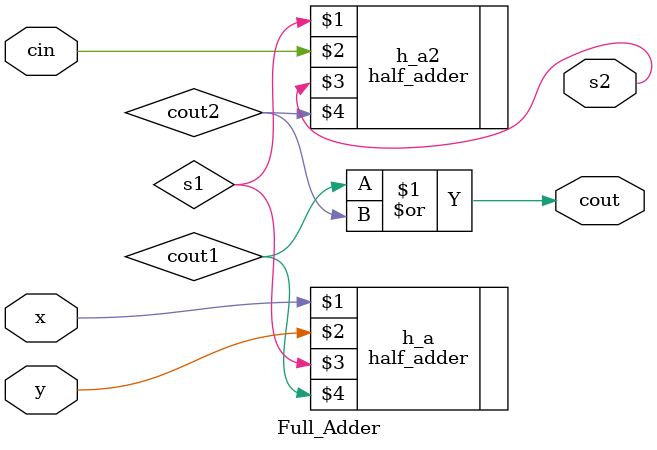
<source format=v>

`timescale 10ps / 1ps


module Full_Adder (x, y, cin, s2, cout); 
	
input x;
input y;
input cin;
output s2;
output cout; 
wire x, y, cin;
wire s1, cout1, s2, cout2, cout;
half_adder h_a(x, y, s1, cout1);
half_adder h_a2(s1, cin, s2, cout2);
assign cout = cout1 | cout2;

// initial
// 	begin
// 		x <= 0; y <= 0; cin <=0;
// 		#1 $display("x: %b, y: %b, cin: %b, sum: %b, carry: %b\n",x, y, cin, s2, cout);
		
// 		x <= 0; y <= 0; cin <=1;
// 		#1 $display("x: %b, y: %b, cin: %b, sum: %b, carry: %b\n",x, y, cin, s2, cout);
		
// 		x <= 0; y <= 1; cin <=0;
// 		#1 $display("x: %b, y: %b, cin: %b, sum: %b, carry: %b\n",x, y, cin, s2, cout);
		
// 		x <= 0; y <= 1; cin <=1;
// 		#1 $display("x: %b, y: %b, cin: %b, sum: %b, carry: %b\n",x, y, cin, s2, cout);
		
// 		x <= 1; y <= 0; cin <=0;
// 		#1 $display("x: %b, y: %b, cin: %b, sum: %b, carry: %b\n",x, y, cin, s2, cout);
		
// 		x <= 1; y <= 0; cin <=1;
// 		#1 $display("x: %b, y: %b, cin: %b, sum: %b, carry: %b\n",x, y, cin, s2, cout);
 		
// 		x <= 1; y <= 1; cin <=0;
// 		#1 $display("x: %b, y: %b, cin: %b, sum: %b, carry: %b\n",x, y, cin, s2, cout);
		
// 		x <= 1; y <= 1; cin <=1;
// 		#1 $display("x: %b, y: %b, cin: %b, sum: %b, carry: %b\n",x, y, cin, s2, cout);
		
		
		
// 	end	

endmodule

</source>
